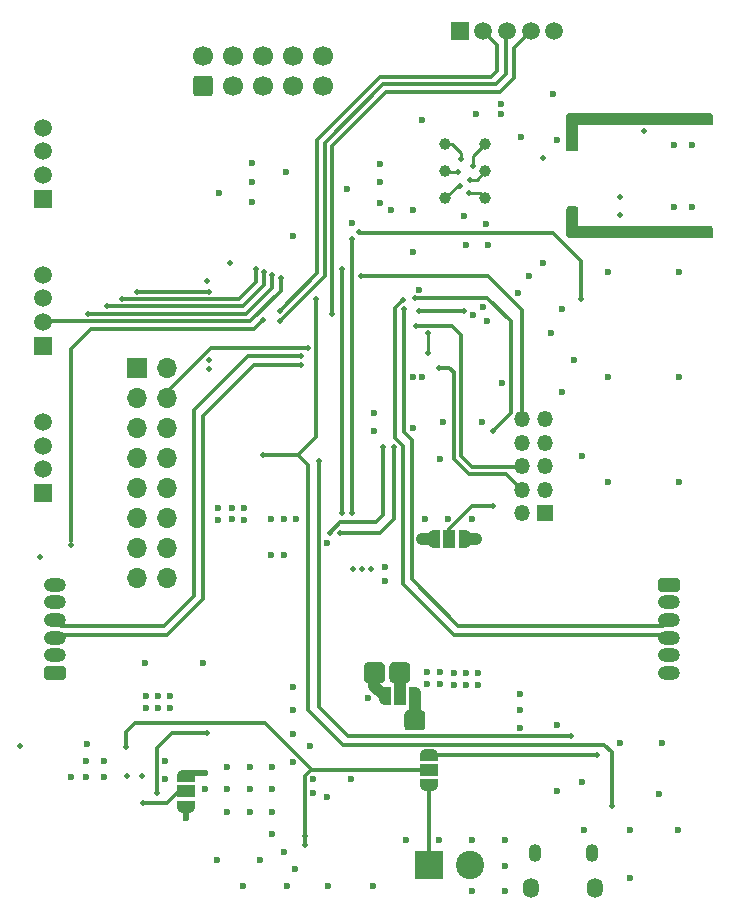
<source format=gbl>
G04 #@! TF.GenerationSoftware,KiCad,Pcbnew,7.0.1*
G04 #@! TF.CreationDate,2023-10-12T07:55:19+02:00*
G04 #@! TF.ProjectId,Drv_board,4472765f-626f-4617-9264-2e6b69636164,rev?*
G04 #@! TF.SameCoordinates,Original*
G04 #@! TF.FileFunction,Copper,L4,Bot*
G04 #@! TF.FilePolarity,Positive*
%FSLAX46Y46*%
G04 Gerber Fmt 4.6, Leading zero omitted, Abs format (unit mm)*
G04 Created by KiCad (PCBNEW 7.0.1) date 2023-10-12 07:55:19*
%MOMM*%
%LPD*%
G01*
G04 APERTURE LIST*
G04 Aperture macros list*
%AMRoundRect*
0 Rectangle with rounded corners*
0 $1 Rounding radius*
0 $2 $3 $4 $5 $6 $7 $8 $9 X,Y pos of 4 corners*
0 Add a 4 corners polygon primitive as box body*
4,1,4,$2,$3,$4,$5,$6,$7,$8,$9,$2,$3,0*
0 Add four circle primitives for the rounded corners*
1,1,$1+$1,$2,$3*
1,1,$1+$1,$4,$5*
1,1,$1+$1,$6,$7*
1,1,$1+$1,$8,$9*
0 Add four rect primitives between the rounded corners*
20,1,$1+$1,$2,$3,$4,$5,0*
20,1,$1+$1,$4,$5,$6,$7,0*
20,1,$1+$1,$6,$7,$8,$9,0*
20,1,$1+$1,$8,$9,$2,$3,0*%
%AMFreePoly0*
4,1,19,0.550000,-0.750000,0.000000,-0.750000,0.000000,-0.744911,-0.071157,-0.744911,-0.207708,-0.704816,-0.327430,-0.627875,-0.420627,-0.520320,-0.479746,-0.390866,-0.500000,-0.250000,-0.500000,0.250000,-0.479746,0.390866,-0.420627,0.520320,-0.327430,0.627875,-0.207708,0.704816,-0.071157,0.744911,0.000000,0.744911,0.000000,0.750000,0.550000,0.750000,0.550000,-0.750000,0.550000,-0.750000,
$1*%
%AMFreePoly1*
4,1,19,0.000000,0.744911,0.071157,0.744911,0.207708,0.704816,0.327430,0.627875,0.420627,0.520320,0.479746,0.390866,0.500000,0.250000,0.500000,-0.250000,0.479746,-0.390866,0.420627,-0.520320,0.327430,-0.627875,0.207708,-0.704816,0.071157,-0.744911,0.000000,-0.744911,0.000000,-0.750000,-0.550000,-0.750000,-0.550000,0.750000,0.000000,0.750000,0.000000,0.744911,0.000000,0.744911,
$1*%
G04 Aperture macros list end*
G04 #@! TA.AperFunction,ComponentPad*
%ADD10R,1.500000X1.500000*%
G04 #@! TD*
G04 #@! TA.AperFunction,ComponentPad*
%ADD11C,1.500000*%
G04 #@! TD*
G04 #@! TA.AperFunction,ComponentPad*
%ADD12R,1.350000X1.350000*%
G04 #@! TD*
G04 #@! TA.AperFunction,ComponentPad*
%ADD13O,1.350000X1.350000*%
G04 #@! TD*
G04 #@! TA.AperFunction,ComponentPad*
%ADD14O,1.350000X1.700000*%
G04 #@! TD*
G04 #@! TA.AperFunction,ComponentPad*
%ADD15O,1.100000X1.500000*%
G04 #@! TD*
G04 #@! TA.AperFunction,ComponentPad*
%ADD16RoundRect,0.250000X0.685000X-0.335000X0.685000X0.335000X-0.685000X0.335000X-0.685000X-0.335000X0*%
G04 #@! TD*
G04 #@! TA.AperFunction,ComponentPad*
%ADD17O,1.870000X1.170000*%
G04 #@! TD*
G04 #@! TA.AperFunction,ComponentPad*
%ADD18RoundRect,0.250000X0.600000X-0.600000X0.600000X0.600000X-0.600000X0.600000X-0.600000X-0.600000X0*%
G04 #@! TD*
G04 #@! TA.AperFunction,ComponentPad*
%ADD19C,1.700000*%
G04 #@! TD*
G04 #@! TA.AperFunction,ComponentPad*
%ADD20R,2.400000X2.400000*%
G04 #@! TD*
G04 #@! TA.AperFunction,ComponentPad*
%ADD21C,2.400000*%
G04 #@! TD*
G04 #@! TA.AperFunction,ComponentPad*
%ADD22R,1.700000X1.700000*%
G04 #@! TD*
G04 #@! TA.AperFunction,ComponentPad*
%ADD23O,1.700000X1.700000*%
G04 #@! TD*
G04 #@! TA.AperFunction,ComponentPad*
%ADD24RoundRect,0.250000X-0.685000X0.335000X-0.685000X-0.335000X0.685000X-0.335000X0.685000X0.335000X0*%
G04 #@! TD*
G04 #@! TA.AperFunction,SMDPad,CuDef*
%ADD25FreePoly0,90.000000*%
G04 #@! TD*
G04 #@! TA.AperFunction,SMDPad,CuDef*
%ADD26R,1.500000X1.000000*%
G04 #@! TD*
G04 #@! TA.AperFunction,SMDPad,CuDef*
%ADD27FreePoly1,90.000000*%
G04 #@! TD*
G04 #@! TA.AperFunction,SMDPad,CuDef*
%ADD28FreePoly0,0.000000*%
G04 #@! TD*
G04 #@! TA.AperFunction,SMDPad,CuDef*
%ADD29R,1.000000X1.500000*%
G04 #@! TD*
G04 #@! TA.AperFunction,SMDPad,CuDef*
%ADD30FreePoly1,0.000000*%
G04 #@! TD*
G04 #@! TA.AperFunction,SMDPad,CuDef*
%ADD31C,1.000000*%
G04 #@! TD*
G04 #@! TA.AperFunction,SMDPad,CuDef*
%ADD32FreePoly0,270.000000*%
G04 #@! TD*
G04 #@! TA.AperFunction,SMDPad,CuDef*
%ADD33FreePoly1,270.000000*%
G04 #@! TD*
G04 #@! TA.AperFunction,SMDPad,CuDef*
%ADD34FreePoly0,180.000000*%
G04 #@! TD*
G04 #@! TA.AperFunction,SMDPad,CuDef*
%ADD35FreePoly1,180.000000*%
G04 #@! TD*
G04 #@! TA.AperFunction,ViaPad*
%ADD36C,0.600000*%
G04 #@! TD*
G04 #@! TA.AperFunction,ViaPad*
%ADD37C,0.500000*%
G04 #@! TD*
G04 #@! TA.AperFunction,Conductor*
%ADD38C,0.500000*%
G04 #@! TD*
G04 #@! TA.AperFunction,Conductor*
%ADD39C,0.300000*%
G04 #@! TD*
G04 #@! TA.AperFunction,Conductor*
%ADD40C,1.000000*%
G04 #@! TD*
G04 #@! TA.AperFunction,Conductor*
%ADD41C,0.250000*%
G04 #@! TD*
G04 APERTURE END LIST*
D10*
X138294000Y-72560000D03*
D11*
X140294000Y-72560000D03*
X142294000Y-72560000D03*
X144294000Y-72560000D03*
X146294000Y-72560000D03*
D12*
X145542000Y-113410000D03*
D13*
X143542000Y-113410000D03*
X145542000Y-111410000D03*
X143542000Y-111410000D03*
X145542000Y-109410000D03*
X143542000Y-109410000D03*
X145542000Y-107410000D03*
X143542000Y-107410000D03*
X145542000Y-105410000D03*
X143542000Y-105410000D03*
D14*
X144311000Y-145133000D03*
D15*
X144621000Y-142133000D03*
X149461000Y-142133000D03*
D14*
X149771000Y-145133000D03*
D16*
X104000000Y-126940000D03*
D17*
X104000000Y-125440000D03*
X104000000Y-123940000D03*
X104000000Y-122440000D03*
X104000000Y-120940000D03*
X104000000Y-119440000D03*
D18*
X116586000Y-77206500D03*
D19*
X116586000Y-74666500D03*
X119126000Y-77206500D03*
X119126000Y-74666500D03*
X121666000Y-77206500D03*
X121666000Y-74666500D03*
X124206000Y-77206500D03*
X124206000Y-74666500D03*
X126746000Y-77206500D03*
X126746000Y-74666500D03*
D20*
X135648200Y-143191000D03*
D21*
X139148200Y-143191000D03*
D22*
X110998000Y-101087000D03*
D23*
X113538000Y-101087000D03*
X110998000Y-103627000D03*
X113538000Y-103627000D03*
X110998000Y-106167000D03*
X113538000Y-106167000D03*
X110998000Y-108707000D03*
X113538000Y-108707000D03*
X110998000Y-111247000D03*
X113538000Y-111247000D03*
X110998000Y-113787000D03*
X113538000Y-113787000D03*
X110998000Y-116327000D03*
X113538000Y-116327000D03*
X110998000Y-118867000D03*
X113538000Y-118867000D03*
D10*
X103040000Y-99212000D03*
D11*
X103040000Y-97212000D03*
X103040000Y-95212000D03*
X103040000Y-93212000D03*
D10*
X103047800Y-111664000D03*
D11*
X103047800Y-109664000D03*
X103047800Y-107664000D03*
X103047800Y-105664000D03*
D24*
X156000000Y-119440000D03*
D17*
X156000000Y-120940000D03*
X156000000Y-122440000D03*
X156000000Y-123940000D03*
X156000000Y-125440000D03*
X156000000Y-126940000D03*
D10*
X103040000Y-86766000D03*
D11*
X103040000Y-84766000D03*
X103040000Y-82766000D03*
X103040000Y-80766000D03*
D25*
X135648200Y-136442000D03*
D26*
X135648200Y-135142000D03*
D27*
X135648200Y-133842000D03*
D28*
X131923000Y-128905000D03*
D29*
X133223000Y-128905000D03*
D30*
X134523000Y-128905000D03*
D31*
X140462000Y-86741000D03*
X137033000Y-86741000D03*
X140462000Y-82169000D03*
X137033000Y-84455000D03*
X137033000Y-82169000D03*
X140462000Y-84455000D03*
D32*
X115074200Y-135645400D03*
D26*
X115074200Y-136945400D03*
D33*
X115074200Y-138245400D03*
D34*
X138714000Y-115570000D03*
D29*
X137414000Y-115570000D03*
D35*
X136114000Y-115570000D03*
D36*
X115074200Y-139206000D03*
X117729000Y-142748000D03*
X127101600Y-144983200D03*
X121412000Y-142748000D03*
X123672600Y-144983200D03*
D37*
X101092000Y-133096000D03*
D36*
X152666200Y-144286000D03*
X119938800Y-144983200D03*
X152666200Y-140222000D03*
X130911600Y-144983200D03*
X155194000Y-137160000D03*
X148602200Y-136158000D03*
X156730200Y-140222000D03*
X118618000Y-138684000D03*
X116713000Y-135382000D03*
X142113000Y-143256000D03*
X124206000Y-89916000D03*
X156464000Y-82194400D03*
X148844000Y-140208000D03*
X116713000Y-136779000D03*
X150876000Y-101890000D03*
X158750000Y-89611200D03*
X143395200Y-131586000D03*
X105410000Y-135763000D03*
X146558000Y-131318000D03*
X147828000Y-89611200D03*
X139700000Y-79603600D03*
X131572000Y-85394800D03*
X143395200Y-128665000D03*
X158750000Y-80060800D03*
X150876000Y-93000000D03*
D37*
X129235200Y-118110000D03*
D36*
X146202400Y-77927200D03*
X150012400Y-89611200D03*
X122428000Y-140589000D03*
X142113000Y-145415000D03*
D37*
X110121200Y-135650000D03*
D36*
X122301000Y-113919000D03*
X136601200Y-127889000D03*
X150876000Y-110780000D03*
X156565600Y-89611200D03*
X111607600Y-126085600D03*
X124206000Y-128143000D03*
D37*
X118872000Y-92202000D03*
D36*
X136525000Y-141097000D03*
X134366000Y-106172000D03*
D37*
X130759200Y-118110000D03*
D36*
X142113000Y-141097000D03*
X132461000Y-87757000D03*
X140505534Y-88930474D03*
X124206000Y-134493000D03*
X125869200Y-135878600D03*
X144145000Y-93322000D03*
X156565600Y-80060800D03*
X120523000Y-136779000D03*
X120691467Y-85357340D03*
X139319000Y-145415000D03*
X135534400Y-126847600D03*
X106680000Y-135763000D03*
X139446000Y-96647000D03*
X155448000Y-132842000D03*
D37*
X111391200Y-135650000D03*
D36*
X143395200Y-130062000D03*
X147828000Y-82245200D03*
X122428000Y-138684000D03*
X127014500Y-115951000D03*
X117906800Y-86319500D03*
X151892000Y-132842000D03*
X113310700Y-134366000D03*
X122428000Y-136779000D03*
X136601200Y-126847600D03*
X156885200Y-93000000D03*
X130556000Y-129032000D03*
X139319000Y-113919000D03*
X108204000Y-134366000D03*
X131953000Y-119126000D03*
X120523000Y-134874000D03*
X138811000Y-90678000D03*
X122301000Y-116967000D03*
X147828000Y-80060800D03*
X113310700Y-135890000D03*
X106680000Y-134366000D03*
X118618000Y-134874000D03*
X123571000Y-84468200D03*
X147828000Y-87833200D03*
X135382000Y-113919000D03*
X157988000Y-82194400D03*
D37*
X102768400Y-117068600D03*
D36*
X157988000Y-87477600D03*
X147943000Y-100457000D03*
X146927000Y-96139000D03*
X128765600Y-85979800D03*
X146032841Y-98135398D03*
X125603000Y-133096000D03*
X124333000Y-143510000D03*
X124460000Y-113919000D03*
D37*
X117094000Y-100457000D03*
D36*
X140258800Y-95961200D03*
X124206000Y-130048000D03*
X118618000Y-136779000D03*
X123444000Y-116967000D03*
X131064000Y-106426000D03*
X140690600Y-90680400D03*
X131559000Y-87109000D03*
X152196800Y-80060800D03*
X140589000Y-97155000D03*
X154381200Y-89611200D03*
X156464000Y-87477600D03*
X131953000Y-117983000D03*
X106692200Y-132969000D03*
X120523000Y-138684000D03*
X156885200Y-110780000D03*
X154381200Y-80060800D03*
X124206000Y-132080000D03*
X134874000Y-94488000D03*
X123418600Y-113893600D03*
X135098000Y-115570000D03*
X120700800Y-87084200D03*
D37*
X151892000Y-86614000D03*
D36*
X146558000Y-136906000D03*
D37*
X130048000Y-118110000D03*
D36*
X116586000Y-126111000D03*
X150012400Y-80060800D03*
X156885200Y-101890000D03*
D37*
X145313233Y-83337233D03*
D36*
X129044200Y-135904000D03*
D37*
X151892000Y-88138000D03*
D36*
X145364200Y-92204400D03*
X127012200Y-137428000D03*
X136652000Y-108824500D03*
X152196800Y-89611200D03*
X108204000Y-135763000D03*
X122428000Y-134874000D03*
X137287000Y-113919000D03*
X133731000Y-141097000D03*
D37*
X153924000Y-81026000D03*
D36*
X134328497Y-101854000D03*
X143510000Y-81534000D03*
X141859000Y-102362000D03*
X125869200Y-137047000D03*
X139319000Y-141097000D03*
X135534400Y-127863600D03*
X123444000Y-142113000D03*
X139670000Y-115570000D03*
X146939000Y-103124000D03*
X140208000Y-105664000D03*
X131064000Y-104902000D03*
X139839200Y-127903000D03*
X135128000Y-80137000D03*
X131572000Y-83820000D03*
X134366000Y-87757000D03*
X137807200Y-127903000D03*
D37*
X116899500Y-93726000D03*
D36*
X139839200Y-126887000D03*
X134366000Y-91313000D03*
X138823200Y-127903000D03*
X141782800Y-79603600D03*
D37*
X117094000Y-101156500D03*
D36*
X138823200Y-126887000D03*
X135128000Y-101854000D03*
X141782800Y-78790800D03*
X120700800Y-83782200D03*
X143256000Y-94742000D03*
X146558000Y-81788000D03*
X148654000Y-108585000D03*
X136906000Y-105664000D03*
X129133600Y-88798400D03*
X137807200Y-126887000D03*
X138684000Y-88265000D03*
D37*
X129921000Y-93345000D03*
D36*
X133985000Y-131394200D03*
X133985000Y-130505200D03*
X135001000Y-131394200D03*
X135001000Y-130505200D03*
X112776000Y-128905000D03*
X118973600Y-113919000D03*
X117856000Y-112928400D03*
X111760000Y-128905000D03*
X120015000Y-112928400D03*
X117856000Y-113944400D03*
X120015000Y-113944400D03*
X113792000Y-129921000D03*
X113792000Y-128905000D03*
X118973600Y-112928400D03*
X112776000Y-129921000D03*
X111760000Y-129921000D03*
X131572000Y-127254000D03*
X130556000Y-126365000D03*
X130556000Y-127254000D03*
X131572000Y-126365000D03*
D37*
X116852200Y-131992400D03*
X112661200Y-137047000D03*
X125476000Y-99441000D03*
X126365000Y-108966000D03*
X147718200Y-132242500D03*
X125158000Y-140755400D03*
X110045000Y-133211600D03*
X125158000Y-141517400D03*
X111442000Y-137910600D03*
X129159000Y-90170000D03*
X129159000Y-113411000D03*
X128333500Y-92745500D03*
X128346200Y-113411000D03*
D36*
X132715000Y-126365000D03*
X133731000Y-127254000D03*
X133731000Y-126365000D03*
X132715000Y-127254000D03*
D37*
X123063000Y-96266000D03*
X123063000Y-97155000D03*
X127473000Y-96520000D03*
X127274589Y-115041411D03*
X131826000Y-107823000D03*
X128143000Y-115062000D03*
X132715000Y-107823000D03*
X123127433Y-93472000D03*
X136525000Y-101092000D03*
X134594767Y-97510767D03*
X122428000Y-93218000D03*
X106807000Y-96520000D03*
X124841000Y-100838000D03*
X124841000Y-100076000D03*
X133604000Y-96139000D03*
X133477000Y-95377000D03*
X149902200Y-133842000D03*
X141097000Y-106426000D03*
X134472672Y-95138000D03*
X141097000Y-112776000D03*
X105359200Y-116103400D03*
X121666000Y-97028000D03*
X126111000Y-95250000D03*
X151142200Y-138190000D03*
X121666000Y-108458000D03*
X129794000Y-89570000D03*
X148590000Y-95250000D03*
X108423000Y-95850000D03*
X121716800Y-92964000D03*
X121017297Y-92710000D03*
X109728000Y-95250500D03*
X139065000Y-86306000D03*
X135607819Y-98147319D03*
X135636000Y-99824500D03*
X138176000Y-84516000D03*
X138277600Y-85665000D03*
X139192000Y-85156500D03*
X139452604Y-84007500D03*
X138379200Y-83366500D03*
X134874000Y-96266000D03*
X138633500Y-96266000D03*
X110998000Y-94650500D03*
X117094000Y-94650500D03*
D38*
X115074200Y-138245400D02*
X115074200Y-139206000D01*
D39*
X135648200Y-136442000D02*
X135648200Y-143840000D01*
D38*
X116713000Y-135382000D02*
X115185200Y-135382000D01*
D40*
X136114000Y-115570000D02*
X135098000Y-115570000D01*
D38*
X115185200Y-135382000D02*
X115074200Y-135493000D01*
D40*
X138714000Y-115570000D02*
X139670000Y-115570000D01*
D39*
X140716000Y-93345000D02*
X143542000Y-96171000D01*
X129921000Y-93345000D02*
X140716000Y-93345000D01*
X143542000Y-96171000D02*
X143542000Y-105410000D01*
D40*
X134523000Y-128905000D02*
X134523000Y-130653000D01*
X131923000Y-128905000D02*
X131064000Y-128046000D01*
X131064000Y-128046000D02*
X131064000Y-126746000D01*
D39*
X112661200Y-137047000D02*
X112661200Y-133237000D01*
X113905800Y-131992400D02*
X116852200Y-131992400D01*
X112661200Y-133237000D02*
X113905800Y-131992400D01*
X126365000Y-108966000D02*
X126365000Y-129794000D01*
X128807000Y-132236000D02*
X147711700Y-132236000D01*
X126365000Y-129794000D02*
X128807000Y-132236000D01*
X113538000Y-103164471D02*
X113538000Y-103627000D01*
X147711700Y-132236000D02*
X147718200Y-132242500D01*
X117261471Y-99441000D02*
X113538000Y-103164471D01*
X125476000Y-99441000D02*
X117261471Y-99441000D01*
X125158000Y-141517400D02*
X125158000Y-140755400D01*
X121822239Y-131190000D02*
X110771200Y-131190000D01*
X125107200Y-141466600D02*
X125158000Y-141517400D01*
X121822239Y-131190000D02*
X125686561Y-135054322D01*
X110045000Y-131916200D02*
X110045000Y-133211600D01*
X125686561Y-135142000D02*
X125158000Y-135670561D01*
X125158000Y-140755400D02*
X125092200Y-140689600D01*
X125686561Y-135054322D02*
X125686561Y-135142000D01*
X110771200Y-131190000D02*
X110045000Y-131916200D01*
X125158000Y-135670561D02*
X125158000Y-141517400D01*
X125107200Y-140704600D02*
X125158000Y-140755400D01*
X135648200Y-135142000D02*
X125686561Y-135142000D01*
X114490000Y-136945400D02*
X115074200Y-136945400D01*
X113524800Y-137910600D02*
X114490000Y-136945400D01*
X111442000Y-137910600D02*
X113524800Y-137910600D01*
X129159000Y-113411000D02*
X129159000Y-90170000D01*
X128346200Y-92758200D02*
X128333500Y-92745500D01*
X128346200Y-113411000D02*
X128346200Y-92758200D01*
D40*
X133223000Y-128905000D02*
X133223000Y-127127000D01*
D39*
X126238000Y-93091000D02*
X126238000Y-81788000D01*
X140970000Y-76454000D02*
X141478000Y-75946000D01*
X131572000Y-76454000D02*
X140970000Y-76454000D01*
X123063000Y-96266000D02*
X126238000Y-93091000D01*
X141478000Y-73744000D02*
X140548000Y-72814000D01*
X126238000Y-81788000D02*
X131572000Y-76454000D01*
X140548000Y-72814000D02*
X140294000Y-72814000D01*
X141478000Y-75946000D02*
X141478000Y-73744000D01*
X131826000Y-77089000D02*
X141351000Y-77089000D01*
X126873000Y-82042000D02*
X131826000Y-77089000D01*
X141351000Y-77089000D02*
X142240000Y-76200000D01*
X142240000Y-72614000D02*
X142294000Y-72560000D01*
X142240000Y-76200000D02*
X142240000Y-72614000D01*
X123063000Y-97155000D02*
X126873000Y-93345000D01*
X142294000Y-72560000D02*
X142294000Y-72814000D01*
X126873000Y-93345000D02*
X126873000Y-82042000D01*
X141732000Y-77724000D02*
X142875000Y-76581000D01*
X127473000Y-96520000D02*
X127473000Y-82331000D01*
X132080000Y-77724000D02*
X141732000Y-77724000D01*
X142875000Y-76581000D02*
X142875000Y-73979000D01*
X142875000Y-73979000D02*
X144294000Y-72560000D01*
X127473000Y-82331000D02*
X132080000Y-77724000D01*
X131826000Y-113538000D02*
X131826000Y-107823000D01*
X113538000Y-113919000D02*
X113919000Y-114300000D01*
X131191000Y-114173000D02*
X131826000Y-113538000D01*
X128143000Y-114173000D02*
X131191000Y-114173000D01*
X127274589Y-115041411D02*
X128143000Y-114173000D01*
X113538000Y-113787000D02*
X113538000Y-113919000D01*
X131572000Y-115062000D02*
X132715000Y-113919000D01*
X132715000Y-113919000D02*
X132715000Y-107823000D01*
X128143000Y-115062000D02*
X131572000Y-115062000D01*
X120523000Y-97155000D02*
X103097000Y-97155000D01*
X123127433Y-93472000D02*
X123127433Y-94550567D01*
X123127433Y-94550567D02*
X120523000Y-97155000D01*
X103097000Y-97155000D02*
X103040000Y-97212000D01*
X121666000Y-77206500D02*
X121666000Y-77470000D01*
X121666000Y-74666500D02*
X121666000Y-74803000D01*
X137795000Y-101473000D02*
X137795000Y-108839000D01*
X143446000Y-111506000D02*
X143542000Y-111410000D01*
X139065000Y-110109000D02*
X142241000Y-110109000D01*
X142241000Y-110109000D02*
X143542000Y-111410000D01*
X137795000Y-108839000D02*
X139065000Y-110109000D01*
X136525000Y-101092000D02*
X137414000Y-101092000D01*
X137414000Y-101092000D02*
X137795000Y-101473000D01*
X138430000Y-108585000D02*
X139319000Y-109474000D01*
X134594767Y-97510767D02*
X134620000Y-97536000D01*
X138430000Y-101346000D02*
X138430000Y-101600000D01*
X138430000Y-101600000D02*
X138430000Y-108585000D01*
X137668000Y-97536000D02*
X138430000Y-98298000D01*
X143478000Y-109474000D02*
X143542000Y-109410000D01*
X138430000Y-98298000D02*
X138430000Y-101600000D01*
X134620000Y-97536000D02*
X137668000Y-97536000D01*
X139319000Y-109474000D02*
X143478000Y-109474000D01*
X122428000Y-93218000D02*
X122428000Y-94297500D01*
X120205500Y-96520000D02*
X106807000Y-96520000D01*
X122428000Y-94297500D02*
X120205500Y-96520000D01*
X124841000Y-100838000D02*
X120904000Y-100838000D01*
X113538000Y-123698000D02*
X104242000Y-123698000D01*
X116586000Y-120650000D02*
X113538000Y-123698000D01*
X104242000Y-123698000D02*
X104000000Y-123940000D01*
X120904000Y-100838000D02*
X116586000Y-105156000D01*
X116586000Y-105156000D02*
X116586000Y-120650000D01*
X120396000Y-100076000D02*
X115824000Y-104648000D01*
X115824000Y-120396000D02*
X113284000Y-122936000D01*
X104496000Y-122936000D02*
X104000000Y-122440000D01*
X113284000Y-122936000D02*
X104496000Y-122936000D01*
X115824000Y-104648000D02*
X115824000Y-120396000D01*
X124841000Y-100076000D02*
X120396000Y-100076000D01*
X155504000Y-122936000D02*
X138176000Y-122936000D01*
X133604000Y-106553000D02*
X133604000Y-96139000D01*
X138176000Y-122936000D02*
X134239000Y-118999000D01*
X156000000Y-122440000D02*
X155504000Y-122936000D01*
X134239000Y-118999000D02*
X134239000Y-107188000D01*
X134239000Y-107188000D02*
X133604000Y-106553000D01*
X133477000Y-119380000D02*
X137795000Y-123698000D01*
X132842000Y-96052471D02*
X132842000Y-96012000D01*
X132842000Y-96012000D02*
X133477000Y-95377000D01*
X155758000Y-123698000D02*
X156000000Y-123940000D01*
X133477000Y-107696000D02*
X133477000Y-119380000D01*
X132842000Y-96052471D02*
X132842000Y-107061000D01*
X137795000Y-123698000D02*
X155758000Y-123698000D01*
X132842000Y-107061000D02*
X133477000Y-107696000D01*
X149902200Y-133842000D02*
X135648200Y-133842000D01*
X134472672Y-95138000D02*
X140604000Y-95138000D01*
X142621000Y-97155000D02*
X142621000Y-104902000D01*
X142621000Y-104902000D02*
X141097000Y-106426000D01*
X140604000Y-95138000D02*
X142621000Y-97155000D01*
X137414000Y-114729380D02*
X137414000Y-115570000D01*
X139367380Y-112776000D02*
X137414000Y-114729380D01*
X141097000Y-112776000D02*
X139367380Y-112776000D01*
X121666000Y-97028000D02*
X120904000Y-97790000D01*
X105359200Y-99517200D02*
X105359200Y-115722400D01*
X107086400Y-97790000D02*
X105359200Y-99517200D01*
X120904000Y-97790000D02*
X107086400Y-97790000D01*
X151142200Y-138190000D02*
X151142200Y-133616200D01*
X128420000Y-132992000D02*
X125476000Y-130048000D01*
X150518000Y-132992000D02*
X128420000Y-132992000D01*
X124587000Y-108458000D02*
X126111000Y-106934000D01*
X125476000Y-130048000D02*
X125476000Y-109347000D01*
X126111000Y-95250000D02*
X126111000Y-106934000D01*
X125476000Y-109347000D02*
X124587000Y-108458000D01*
X124587000Y-108458000D02*
X121666000Y-108458000D01*
X151142200Y-133616200D02*
X150518000Y-132992000D01*
X129794000Y-89570000D02*
X129886000Y-89662000D01*
X148590000Y-92075000D02*
X148590000Y-95250000D01*
X129886000Y-89662000D02*
X146177000Y-89662000D01*
X146177000Y-89662000D02*
X148590000Y-92075000D01*
X121716800Y-94056200D02*
X121716800Y-92964000D01*
X108423000Y-95850000D02*
X119923000Y-95850000D01*
X119923000Y-95850000D02*
X121716800Y-94056200D01*
X121031000Y-92723703D02*
X121017297Y-92710000D01*
X109728500Y-95250000D02*
X119634000Y-95250000D01*
X121031000Y-93853000D02*
X121031000Y-92723703D01*
X119634000Y-95250000D02*
X121031000Y-93853000D01*
X109728000Y-95250500D02*
X109728500Y-95250000D01*
D41*
X140027000Y-86306000D02*
X140462000Y-86741000D01*
X139065000Y-86306000D02*
X140027000Y-86306000D01*
X135607819Y-99796319D02*
X135636000Y-99824500D01*
X135607819Y-98147319D02*
X135636000Y-98175500D01*
X138176000Y-84516000D02*
X137094000Y-84516000D01*
X137094000Y-84516000D02*
X137033000Y-84455000D01*
X135607819Y-98147319D02*
X135607819Y-99796319D01*
X138277600Y-85665000D02*
X138109000Y-85665000D01*
X138109000Y-85665000D02*
X137033000Y-86741000D01*
X139192000Y-85156500D02*
X139760500Y-85156500D01*
X139760500Y-85156500D02*
X140462000Y-84455000D01*
X139452604Y-84007500D02*
X139452604Y-83178396D01*
X139452604Y-83178396D02*
X140462000Y-82169000D01*
X138379200Y-83366500D02*
X138379200Y-82880200D01*
X137668000Y-82169000D02*
X137033000Y-82169000D01*
X138379200Y-82880200D02*
X137668000Y-82169000D01*
D39*
X138633500Y-96266000D02*
X134874000Y-96266000D01*
X117094000Y-94650500D02*
X110998000Y-94650500D01*
G04 #@! TA.AperFunction,Conductor*
G36*
X148047971Y-87378381D02*
G01*
X148126618Y-87394024D01*
X148171308Y-87412535D01*
X148227626Y-87450166D01*
X148261833Y-87484373D01*
X148299462Y-87540688D01*
X148317976Y-87585387D01*
X148333617Y-87664020D01*
X148336000Y-87688211D01*
X148336000Y-89103200D01*
X159575500Y-89103200D01*
X159637500Y-89119813D01*
X159682887Y-89165200D01*
X159699500Y-89227200D01*
X159699500Y-89995200D01*
X159682887Y-90057200D01*
X159637500Y-90102587D01*
X159575500Y-90119200D01*
X147632211Y-90119200D01*
X147608020Y-90116817D01*
X147529387Y-90101176D01*
X147484689Y-90082662D01*
X147428373Y-90045033D01*
X147394166Y-90010826D01*
X147356535Y-89954508D01*
X147338024Y-89909818D01*
X147322381Y-89831171D01*
X147320000Y-89806989D01*
X147320000Y-87688211D01*
X147322381Y-87664028D01*
X147338025Y-87585379D01*
X147356534Y-87540693D01*
X147394168Y-87484370D01*
X147428370Y-87450168D01*
X147484693Y-87412534D01*
X147529379Y-87394025D01*
X147608028Y-87378381D01*
X147632211Y-87376000D01*
X148023789Y-87376000D01*
X148047971Y-87378381D01*
G37*
G04 #@! TD.AperFunction*
G04 #@! TA.AperFunction,Conductor*
G36*
X159637500Y-79569413D02*
G01*
X159682887Y-79614800D01*
X159699500Y-79676800D01*
X159699500Y-80444800D01*
X159682887Y-80506800D01*
X159637500Y-80552187D01*
X159575500Y-80568800D01*
X148336000Y-80568800D01*
X148336000Y-82629200D01*
X148319387Y-82691200D01*
X148274000Y-82736587D01*
X148212000Y-82753200D01*
X147444000Y-82753200D01*
X147382000Y-82736587D01*
X147336613Y-82691200D01*
X147320000Y-82629200D01*
X147320000Y-79676800D01*
X147336613Y-79614800D01*
X147382000Y-79569413D01*
X147444000Y-79552800D01*
X159575500Y-79552800D01*
X159637500Y-79569413D01*
G37*
G04 #@! TD.AperFunction*
G04 #@! TA.AperFunction,Conductor*
G36*
X133721641Y-125985527D02*
G01*
X133816207Y-126000504D01*
X133853102Y-126012491D01*
X133929617Y-126051477D01*
X133961002Y-126074281D01*
X134021718Y-126134997D01*
X134044522Y-126166383D01*
X134083507Y-126242895D01*
X134095495Y-126279792D01*
X134110473Y-126374358D01*
X134112000Y-126393756D01*
X134112000Y-127352244D01*
X134110473Y-127371642D01*
X134095495Y-127466207D01*
X134083507Y-127503104D01*
X134044522Y-127579616D01*
X134021718Y-127611002D01*
X133961002Y-127671718D01*
X133929616Y-127694522D01*
X133853104Y-127733507D01*
X133816207Y-127745495D01*
X133736425Y-127758131D01*
X133721640Y-127760473D01*
X133702244Y-127762000D01*
X132743756Y-127762000D01*
X132724359Y-127760473D01*
X132705258Y-127757447D01*
X132629792Y-127745495D01*
X132592895Y-127733507D01*
X132516383Y-127694522D01*
X132484997Y-127671718D01*
X132424281Y-127611002D01*
X132401477Y-127579616D01*
X132362492Y-127503104D01*
X132350504Y-127466206D01*
X132335527Y-127371641D01*
X132334000Y-127352244D01*
X132334000Y-126393756D01*
X132335525Y-126374370D01*
X132350505Y-126279784D01*
X132362490Y-126242898D01*
X132401479Y-126166379D01*
X132424278Y-126135000D01*
X132485000Y-126074278D01*
X132516379Y-126051479D01*
X132592898Y-126012490D01*
X132629784Y-126000505D01*
X132724370Y-125985525D01*
X132743756Y-125984000D01*
X133702244Y-125984000D01*
X133721641Y-125985527D01*
G37*
G04 #@! TD.AperFunction*
G04 #@! TA.AperFunction,Conductor*
G36*
X134991641Y-130049527D02*
G01*
X135086207Y-130064504D01*
X135123102Y-130076491D01*
X135199617Y-130115477D01*
X135231002Y-130138281D01*
X135291718Y-130198997D01*
X135314522Y-130230383D01*
X135353507Y-130306895D01*
X135365495Y-130343792D01*
X135380473Y-130438358D01*
X135382000Y-130457756D01*
X135382000Y-131416244D01*
X135380473Y-131435642D01*
X135365495Y-131530207D01*
X135353507Y-131567104D01*
X135314522Y-131643616D01*
X135291718Y-131675002D01*
X135231002Y-131735718D01*
X135199619Y-131758520D01*
X135173198Y-131771983D01*
X135116900Y-131785500D01*
X133869100Y-131785500D01*
X133812804Y-131771984D01*
X133786382Y-131758521D01*
X133754997Y-131735718D01*
X133694281Y-131675002D01*
X133671477Y-131643616D01*
X133632492Y-131567104D01*
X133620504Y-131530206D01*
X133605527Y-131435641D01*
X133604000Y-131416244D01*
X133604000Y-130457756D01*
X133605525Y-130438370D01*
X133620505Y-130343784D01*
X133632490Y-130306898D01*
X133671479Y-130230379D01*
X133694278Y-130199000D01*
X133755000Y-130138278D01*
X133786379Y-130115479D01*
X133862898Y-130076490D01*
X133899784Y-130064505D01*
X133994370Y-130049525D01*
X134013756Y-130048000D01*
X134972244Y-130048000D01*
X134991641Y-130049527D01*
G37*
G04 #@! TD.AperFunction*
G04 #@! TA.AperFunction,Conductor*
G36*
X131562641Y-125985527D02*
G01*
X131657207Y-126000504D01*
X131694102Y-126012491D01*
X131770617Y-126051477D01*
X131802002Y-126074281D01*
X131862718Y-126134997D01*
X131885522Y-126166383D01*
X131924507Y-126242895D01*
X131936495Y-126279792D01*
X131951473Y-126374358D01*
X131953000Y-126393756D01*
X131953000Y-127352244D01*
X131951473Y-127371642D01*
X131936495Y-127466207D01*
X131924507Y-127503104D01*
X131885522Y-127579616D01*
X131862718Y-127611002D01*
X131802002Y-127671718D01*
X131770616Y-127694522D01*
X131694104Y-127733507D01*
X131657207Y-127745495D01*
X131577425Y-127758131D01*
X131562640Y-127760473D01*
X131543244Y-127762000D01*
X130584756Y-127762000D01*
X130565359Y-127760473D01*
X130546258Y-127757447D01*
X130470792Y-127745495D01*
X130433895Y-127733507D01*
X130357383Y-127694522D01*
X130325997Y-127671718D01*
X130265281Y-127611002D01*
X130242477Y-127579616D01*
X130203492Y-127503104D01*
X130191504Y-127466206D01*
X130176527Y-127371641D01*
X130175000Y-127352244D01*
X130175000Y-126393756D01*
X130176525Y-126374370D01*
X130191505Y-126279784D01*
X130203490Y-126242898D01*
X130242479Y-126166379D01*
X130265278Y-126135000D01*
X130326000Y-126074278D01*
X130357379Y-126051479D01*
X130433898Y-126012490D01*
X130470784Y-126000505D01*
X130565370Y-125985525D01*
X130584756Y-125984000D01*
X131543244Y-125984000D01*
X131562641Y-125985527D01*
G37*
G04 #@! TD.AperFunction*
M02*

</source>
